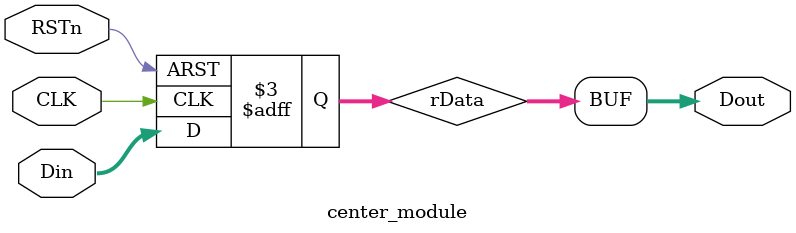
<source format=v>
module center_module
(
	input CLK,
	input RSTn,
    input [3:0]Din,
    output [3:0]Dout
);
    /********************************************/

    reg [3:0]rData;
    
    always @ ( posedge CLK or negedge RSTn )
        if( !RSTn )
            begin
                rData <= 4'd0;
            end
        else 
            begin
                rData <= Din;
            end
    
    /********************************************/
            
    assign Dout = rData;
    
    /********************************************/
    
endmodule

</source>
